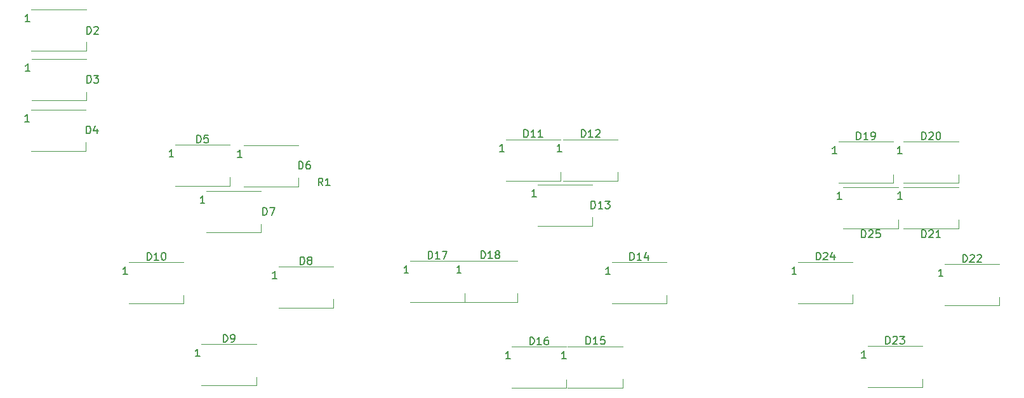
<source format=gbr>
%TF.GenerationSoftware,KiCad,Pcbnew,(5.1.6)-1*%
%TF.CreationDate,2020-11-25T09:57:01+11:00*%
%TF.ProjectId,ELEC Panel Panel PCB V1,454c4543-2050-4616-9e65-6c2050616e65,rev?*%
%TF.SameCoordinates,Original*%
%TF.FileFunction,Legend,Top*%
%TF.FilePolarity,Positive*%
%FSLAX46Y46*%
G04 Gerber Fmt 4.6, Leading zero omitted, Abs format (unit mm)*
G04 Created by KiCad (PCBNEW (5.1.6)-1) date 2020-11-25 09:57:01*
%MOMM*%
%LPD*%
G01*
G04 APERTURE LIST*
%ADD10C,0.120000*%
%ADD11C,0.150000*%
G04 APERTURE END LIST*
D10*
%TO.C,D25*%
X139467000Y-122015000D02*
X146767000Y-122015000D01*
X139467000Y-127515000D02*
X146767000Y-127515000D01*
X146767000Y-127515000D02*
X146767000Y-126365000D01*
%TO.C,D24*%
X133422000Y-131997000D02*
X140722000Y-131997000D01*
X133422000Y-137497000D02*
X140722000Y-137497000D01*
X140722000Y-137497000D02*
X140722000Y-136347000D01*
%TO.C,D23*%
X142705000Y-143198000D02*
X150005000Y-143198000D01*
X142705000Y-148698000D02*
X150005000Y-148698000D01*
X150005000Y-148698000D02*
X150005000Y-147548000D01*
%TO.C,D22*%
X152980000Y-132302000D02*
X160280000Y-132302000D01*
X152980000Y-137802000D02*
X160280000Y-137802000D01*
X160280000Y-137802000D02*
X160280000Y-136652000D01*
%TO.C,D21*%
X147517000Y-121989000D02*
X154817000Y-121989000D01*
X147517000Y-127489000D02*
X154817000Y-127489000D01*
X154817000Y-127489000D02*
X154817000Y-126339000D01*
%TO.C,D20*%
X147505000Y-115944000D02*
X154805000Y-115944000D01*
X147505000Y-121444000D02*
X154805000Y-121444000D01*
X154805000Y-121444000D02*
X154805000Y-120294000D01*
%TO.C,D19*%
X138805000Y-115944000D02*
X146105000Y-115944000D01*
X138805000Y-121444000D02*
X146105000Y-121444000D01*
X146105000Y-121444000D02*
X146105000Y-120294000D01*
%TO.C,D18*%
X88718200Y-131819000D02*
X96018200Y-131819000D01*
X88718200Y-137319000D02*
X96018200Y-137319000D01*
X96018200Y-137319000D02*
X96018200Y-136169000D01*
%TO.C,D17*%
X81680200Y-131844000D02*
X88980200Y-131844000D01*
X81680200Y-137344000D02*
X88980200Y-137344000D01*
X88980200Y-137344000D02*
X88980200Y-136194000D01*
%TO.C,D16*%
X95243800Y-143300000D02*
X102543800Y-143300000D01*
X95243800Y-148800000D02*
X102543800Y-148800000D01*
X102543800Y-148800000D02*
X102543800Y-147650000D01*
%TO.C,D15*%
X102714000Y-143274000D02*
X110014000Y-143274000D01*
X102714000Y-148774000D02*
X110014000Y-148774000D01*
X110014000Y-148774000D02*
X110014000Y-147624000D01*
%TO.C,D14*%
X108593000Y-132022000D02*
X115893000Y-132022000D01*
X108593000Y-137522000D02*
X115893000Y-137522000D01*
X115893000Y-137522000D02*
X115893000Y-136372000D01*
%TO.C,D13*%
X98726000Y-121659000D02*
X106026000Y-121659000D01*
X98726000Y-127159000D02*
X106026000Y-127159000D01*
X106026000Y-127159000D02*
X106026000Y-126009000D01*
%TO.C,D12*%
X102104000Y-115639000D02*
X109404000Y-115639000D01*
X102104000Y-121139000D02*
X109404000Y-121139000D01*
X109404000Y-121139000D02*
X109404000Y-119989000D01*
%TO.C,D11*%
X94444800Y-115639000D02*
X101744800Y-115639000D01*
X94444800Y-121139000D02*
X101744800Y-121139000D01*
X101744800Y-121139000D02*
X101744800Y-119989000D01*
%TO.C,D10*%
X44192000Y-132022000D02*
X51492000Y-132022000D01*
X44192000Y-137522000D02*
X51492000Y-137522000D01*
X51492000Y-137522000D02*
X51492000Y-136372000D01*
%TO.C,D9*%
X53869400Y-142970000D02*
X61169400Y-142970000D01*
X53869400Y-148470000D02*
X61169400Y-148470000D01*
X61169400Y-148470000D02*
X61169400Y-147320000D01*
%TO.C,D8*%
X64131000Y-132581000D02*
X71431000Y-132581000D01*
X64131000Y-138081000D02*
X71431000Y-138081000D01*
X71431000Y-138081000D02*
X71431000Y-136931000D01*
%TO.C,D7*%
X54516000Y-122548000D02*
X61816000Y-122548000D01*
X54516000Y-128048000D02*
X61816000Y-128048000D01*
X61816000Y-128048000D02*
X61816000Y-126898000D01*
%TO.C,D6*%
X59480600Y-116401000D02*
X66780600Y-116401000D01*
X59480600Y-121901000D02*
X66780600Y-121901000D01*
X66780600Y-121901000D02*
X66780600Y-120751000D01*
%TO.C,D5*%
X50350400Y-116351000D02*
X57650400Y-116351000D01*
X50350400Y-121851000D02*
X57650400Y-121851000D01*
X57650400Y-121851000D02*
X57650400Y-120701000D01*
%TO.C,D4*%
X31111000Y-111652000D02*
X38411000Y-111652000D01*
X31111000Y-117152000D02*
X38411000Y-117152000D01*
X38411000Y-117152000D02*
X38411000Y-116002000D01*
%TO.C,D3*%
X31198800Y-104946000D02*
X38498800Y-104946000D01*
X31198800Y-110446000D02*
X38498800Y-110446000D01*
X38498800Y-110446000D02*
X38498800Y-109296000D01*
%TO.C,D2*%
X31173400Y-98317000D02*
X38473400Y-98317000D01*
X31173400Y-103817000D02*
X38473400Y-103817000D01*
X38473400Y-103817000D02*
X38473400Y-102667000D01*
%TO.C,R1*%
D11*
X70049133Y-121796380D02*
X69715800Y-121320190D01*
X69477704Y-121796380D02*
X69477704Y-120796380D01*
X69858657Y-120796380D01*
X69953895Y-120844000D01*
X70001514Y-120891619D01*
X70049133Y-120986857D01*
X70049133Y-121129714D01*
X70001514Y-121224952D01*
X69953895Y-121272571D01*
X69858657Y-121320190D01*
X69477704Y-121320190D01*
X71001514Y-121796380D02*
X70430085Y-121796380D01*
X70715800Y-121796380D02*
X70715800Y-120796380D01*
X70620561Y-120939238D01*
X70525323Y-121034476D01*
X70430085Y-121082095D01*
%TO.C,D25*%
X141914314Y-128722780D02*
X141914314Y-127722780D01*
X142152409Y-127722780D01*
X142295266Y-127770400D01*
X142390504Y-127865638D01*
X142438123Y-127960876D01*
X142485742Y-128151352D01*
X142485742Y-128294209D01*
X142438123Y-128484685D01*
X142390504Y-128579923D01*
X142295266Y-128675161D01*
X142152409Y-128722780D01*
X141914314Y-128722780D01*
X142866695Y-127818019D02*
X142914314Y-127770400D01*
X143009552Y-127722780D01*
X143247647Y-127722780D01*
X143342885Y-127770400D01*
X143390504Y-127818019D01*
X143438123Y-127913257D01*
X143438123Y-128008495D01*
X143390504Y-128151352D01*
X142819076Y-128722780D01*
X143438123Y-128722780D01*
X144342885Y-127722780D02*
X143866695Y-127722780D01*
X143819076Y-128198971D01*
X143866695Y-128151352D01*
X143961933Y-128103733D01*
X144200028Y-128103733D01*
X144295266Y-128151352D01*
X144342885Y-128198971D01*
X144390504Y-128294209D01*
X144390504Y-128532304D01*
X144342885Y-128627542D01*
X144295266Y-128675161D01*
X144200028Y-128722780D01*
X143961933Y-128722780D01*
X143866695Y-128675161D01*
X143819076Y-128627542D01*
X139252714Y-123617380D02*
X138681285Y-123617380D01*
X138967000Y-123617380D02*
X138967000Y-122617380D01*
X138871761Y-122760238D01*
X138776523Y-122855476D01*
X138681285Y-122903095D01*
%TO.C,D24*%
X135857714Y-131699380D02*
X135857714Y-130699380D01*
X136095809Y-130699380D01*
X136238666Y-130747000D01*
X136333904Y-130842238D01*
X136381523Y-130937476D01*
X136429142Y-131127952D01*
X136429142Y-131270809D01*
X136381523Y-131461285D01*
X136333904Y-131556523D01*
X136238666Y-131651761D01*
X136095809Y-131699380D01*
X135857714Y-131699380D01*
X136810095Y-130794619D02*
X136857714Y-130747000D01*
X136952952Y-130699380D01*
X137191047Y-130699380D01*
X137286285Y-130747000D01*
X137333904Y-130794619D01*
X137381523Y-130889857D01*
X137381523Y-130985095D01*
X137333904Y-131127952D01*
X136762476Y-131699380D01*
X137381523Y-131699380D01*
X138238666Y-131032714D02*
X138238666Y-131699380D01*
X138000571Y-130651761D02*
X137762476Y-131366047D01*
X138381523Y-131366047D01*
X133207714Y-133599380D02*
X132636285Y-133599380D01*
X132922000Y-133599380D02*
X132922000Y-132599380D01*
X132826761Y-132742238D01*
X132731523Y-132837476D01*
X132636285Y-132885095D01*
%TO.C,D23*%
X145140714Y-142900380D02*
X145140714Y-141900380D01*
X145378809Y-141900380D01*
X145521666Y-141948000D01*
X145616904Y-142043238D01*
X145664523Y-142138476D01*
X145712142Y-142328952D01*
X145712142Y-142471809D01*
X145664523Y-142662285D01*
X145616904Y-142757523D01*
X145521666Y-142852761D01*
X145378809Y-142900380D01*
X145140714Y-142900380D01*
X146093095Y-141995619D02*
X146140714Y-141948000D01*
X146235952Y-141900380D01*
X146474047Y-141900380D01*
X146569285Y-141948000D01*
X146616904Y-141995619D01*
X146664523Y-142090857D01*
X146664523Y-142186095D01*
X146616904Y-142328952D01*
X146045476Y-142900380D01*
X146664523Y-142900380D01*
X146997857Y-141900380D02*
X147616904Y-141900380D01*
X147283571Y-142281333D01*
X147426428Y-142281333D01*
X147521666Y-142328952D01*
X147569285Y-142376571D01*
X147616904Y-142471809D01*
X147616904Y-142709904D01*
X147569285Y-142805142D01*
X147521666Y-142852761D01*
X147426428Y-142900380D01*
X147140714Y-142900380D01*
X147045476Y-142852761D01*
X146997857Y-142805142D01*
X142490714Y-144800380D02*
X141919285Y-144800380D01*
X142205000Y-144800380D02*
X142205000Y-143800380D01*
X142109761Y-143943238D01*
X142014523Y-144038476D01*
X141919285Y-144086095D01*
%TO.C,D22*%
X155415714Y-132004380D02*
X155415714Y-131004380D01*
X155653809Y-131004380D01*
X155796666Y-131052000D01*
X155891904Y-131147238D01*
X155939523Y-131242476D01*
X155987142Y-131432952D01*
X155987142Y-131575809D01*
X155939523Y-131766285D01*
X155891904Y-131861523D01*
X155796666Y-131956761D01*
X155653809Y-132004380D01*
X155415714Y-132004380D01*
X156368095Y-131099619D02*
X156415714Y-131052000D01*
X156510952Y-131004380D01*
X156749047Y-131004380D01*
X156844285Y-131052000D01*
X156891904Y-131099619D01*
X156939523Y-131194857D01*
X156939523Y-131290095D01*
X156891904Y-131432952D01*
X156320476Y-132004380D01*
X156939523Y-132004380D01*
X157320476Y-131099619D02*
X157368095Y-131052000D01*
X157463333Y-131004380D01*
X157701428Y-131004380D01*
X157796666Y-131052000D01*
X157844285Y-131099619D01*
X157891904Y-131194857D01*
X157891904Y-131290095D01*
X157844285Y-131432952D01*
X157272857Y-132004380D01*
X157891904Y-132004380D01*
X152765714Y-133904380D02*
X152194285Y-133904380D01*
X152480000Y-133904380D02*
X152480000Y-132904380D01*
X152384761Y-133047238D01*
X152289523Y-133142476D01*
X152194285Y-133190095D01*
%TO.C,D21*%
X149941114Y-128722180D02*
X149941114Y-127722180D01*
X150179209Y-127722180D01*
X150322066Y-127769800D01*
X150417304Y-127865038D01*
X150464923Y-127960276D01*
X150512542Y-128150752D01*
X150512542Y-128293609D01*
X150464923Y-128484085D01*
X150417304Y-128579323D01*
X150322066Y-128674561D01*
X150179209Y-128722180D01*
X149941114Y-128722180D01*
X150893495Y-127817419D02*
X150941114Y-127769800D01*
X151036352Y-127722180D01*
X151274447Y-127722180D01*
X151369685Y-127769800D01*
X151417304Y-127817419D01*
X151464923Y-127912657D01*
X151464923Y-128007895D01*
X151417304Y-128150752D01*
X150845876Y-128722180D01*
X151464923Y-128722180D01*
X152417304Y-128722180D02*
X151845876Y-128722180D01*
X152131590Y-128722180D02*
X152131590Y-127722180D01*
X152036352Y-127865038D01*
X151941114Y-127960276D01*
X151845876Y-128007895D01*
X147302714Y-123591380D02*
X146731285Y-123591380D01*
X147017000Y-123591380D02*
X147017000Y-122591380D01*
X146921761Y-122734238D01*
X146826523Y-122829476D01*
X146731285Y-122877095D01*
%TO.C,D20*%
X149940714Y-115646380D02*
X149940714Y-114646380D01*
X150178809Y-114646380D01*
X150321666Y-114694000D01*
X150416904Y-114789238D01*
X150464523Y-114884476D01*
X150512142Y-115074952D01*
X150512142Y-115217809D01*
X150464523Y-115408285D01*
X150416904Y-115503523D01*
X150321666Y-115598761D01*
X150178809Y-115646380D01*
X149940714Y-115646380D01*
X150893095Y-114741619D02*
X150940714Y-114694000D01*
X151035952Y-114646380D01*
X151274047Y-114646380D01*
X151369285Y-114694000D01*
X151416904Y-114741619D01*
X151464523Y-114836857D01*
X151464523Y-114932095D01*
X151416904Y-115074952D01*
X150845476Y-115646380D01*
X151464523Y-115646380D01*
X152083571Y-114646380D02*
X152178809Y-114646380D01*
X152274047Y-114694000D01*
X152321666Y-114741619D01*
X152369285Y-114836857D01*
X152416904Y-115027333D01*
X152416904Y-115265428D01*
X152369285Y-115455904D01*
X152321666Y-115551142D01*
X152274047Y-115598761D01*
X152178809Y-115646380D01*
X152083571Y-115646380D01*
X151988333Y-115598761D01*
X151940714Y-115551142D01*
X151893095Y-115455904D01*
X151845476Y-115265428D01*
X151845476Y-115027333D01*
X151893095Y-114836857D01*
X151940714Y-114741619D01*
X151988333Y-114694000D01*
X152083571Y-114646380D01*
X147290714Y-117546380D02*
X146719285Y-117546380D01*
X147005000Y-117546380D02*
X147005000Y-116546380D01*
X146909761Y-116689238D01*
X146814523Y-116784476D01*
X146719285Y-116832095D01*
%TO.C,D19*%
X141240714Y-115646380D02*
X141240714Y-114646380D01*
X141478809Y-114646380D01*
X141621666Y-114694000D01*
X141716904Y-114789238D01*
X141764523Y-114884476D01*
X141812142Y-115074952D01*
X141812142Y-115217809D01*
X141764523Y-115408285D01*
X141716904Y-115503523D01*
X141621666Y-115598761D01*
X141478809Y-115646380D01*
X141240714Y-115646380D01*
X142764523Y-115646380D02*
X142193095Y-115646380D01*
X142478809Y-115646380D02*
X142478809Y-114646380D01*
X142383571Y-114789238D01*
X142288333Y-114884476D01*
X142193095Y-114932095D01*
X143240714Y-115646380D02*
X143431190Y-115646380D01*
X143526428Y-115598761D01*
X143574047Y-115551142D01*
X143669285Y-115408285D01*
X143716904Y-115217809D01*
X143716904Y-114836857D01*
X143669285Y-114741619D01*
X143621666Y-114694000D01*
X143526428Y-114646380D01*
X143335952Y-114646380D01*
X143240714Y-114694000D01*
X143193095Y-114741619D01*
X143145476Y-114836857D01*
X143145476Y-115074952D01*
X143193095Y-115170190D01*
X143240714Y-115217809D01*
X143335952Y-115265428D01*
X143526428Y-115265428D01*
X143621666Y-115217809D01*
X143669285Y-115170190D01*
X143716904Y-115074952D01*
X138590714Y-117546380D02*
X138019285Y-117546380D01*
X138305000Y-117546380D02*
X138305000Y-116546380D01*
X138209761Y-116689238D01*
X138114523Y-116784476D01*
X138019285Y-116832095D01*
%TO.C,D18*%
X91153914Y-131521380D02*
X91153914Y-130521380D01*
X91392009Y-130521380D01*
X91534866Y-130569000D01*
X91630104Y-130664238D01*
X91677723Y-130759476D01*
X91725342Y-130949952D01*
X91725342Y-131092809D01*
X91677723Y-131283285D01*
X91630104Y-131378523D01*
X91534866Y-131473761D01*
X91392009Y-131521380D01*
X91153914Y-131521380D01*
X92677723Y-131521380D02*
X92106295Y-131521380D01*
X92392009Y-131521380D02*
X92392009Y-130521380D01*
X92296771Y-130664238D01*
X92201533Y-130759476D01*
X92106295Y-130807095D01*
X93249152Y-130949952D02*
X93153914Y-130902333D01*
X93106295Y-130854714D01*
X93058676Y-130759476D01*
X93058676Y-130711857D01*
X93106295Y-130616619D01*
X93153914Y-130569000D01*
X93249152Y-130521380D01*
X93439628Y-130521380D01*
X93534866Y-130569000D01*
X93582485Y-130616619D01*
X93630104Y-130711857D01*
X93630104Y-130759476D01*
X93582485Y-130854714D01*
X93534866Y-130902333D01*
X93439628Y-130949952D01*
X93249152Y-130949952D01*
X93153914Y-130997571D01*
X93106295Y-131045190D01*
X93058676Y-131140428D01*
X93058676Y-131330904D01*
X93106295Y-131426142D01*
X93153914Y-131473761D01*
X93249152Y-131521380D01*
X93439628Y-131521380D01*
X93534866Y-131473761D01*
X93582485Y-131426142D01*
X93630104Y-131330904D01*
X93630104Y-131140428D01*
X93582485Y-131045190D01*
X93534866Y-130997571D01*
X93439628Y-130949952D01*
X88503914Y-133421380D02*
X87932485Y-133421380D01*
X88218200Y-133421380D02*
X88218200Y-132421380D01*
X88122961Y-132564238D01*
X88027723Y-132659476D01*
X87932485Y-132707095D01*
%TO.C,D17*%
X84115914Y-131546380D02*
X84115914Y-130546380D01*
X84354009Y-130546380D01*
X84496866Y-130594000D01*
X84592104Y-130689238D01*
X84639723Y-130784476D01*
X84687342Y-130974952D01*
X84687342Y-131117809D01*
X84639723Y-131308285D01*
X84592104Y-131403523D01*
X84496866Y-131498761D01*
X84354009Y-131546380D01*
X84115914Y-131546380D01*
X85639723Y-131546380D02*
X85068295Y-131546380D01*
X85354009Y-131546380D02*
X85354009Y-130546380D01*
X85258771Y-130689238D01*
X85163533Y-130784476D01*
X85068295Y-130832095D01*
X85973057Y-130546380D02*
X86639723Y-130546380D01*
X86211152Y-131546380D01*
X81465914Y-133446380D02*
X80894485Y-133446380D01*
X81180200Y-133446380D02*
X81180200Y-132446380D01*
X81084961Y-132589238D01*
X80989723Y-132684476D01*
X80894485Y-132732095D01*
%TO.C,D16*%
X97679514Y-143002380D02*
X97679514Y-142002380D01*
X97917609Y-142002380D01*
X98060466Y-142050000D01*
X98155704Y-142145238D01*
X98203323Y-142240476D01*
X98250942Y-142430952D01*
X98250942Y-142573809D01*
X98203323Y-142764285D01*
X98155704Y-142859523D01*
X98060466Y-142954761D01*
X97917609Y-143002380D01*
X97679514Y-143002380D01*
X99203323Y-143002380D02*
X98631895Y-143002380D01*
X98917609Y-143002380D02*
X98917609Y-142002380D01*
X98822371Y-142145238D01*
X98727133Y-142240476D01*
X98631895Y-142288095D01*
X100060466Y-142002380D02*
X99869990Y-142002380D01*
X99774752Y-142050000D01*
X99727133Y-142097619D01*
X99631895Y-142240476D01*
X99584276Y-142430952D01*
X99584276Y-142811904D01*
X99631895Y-142907142D01*
X99679514Y-142954761D01*
X99774752Y-143002380D01*
X99965228Y-143002380D01*
X100060466Y-142954761D01*
X100108085Y-142907142D01*
X100155704Y-142811904D01*
X100155704Y-142573809D01*
X100108085Y-142478571D01*
X100060466Y-142430952D01*
X99965228Y-142383333D01*
X99774752Y-142383333D01*
X99679514Y-142430952D01*
X99631895Y-142478571D01*
X99584276Y-142573809D01*
X95029514Y-144902380D02*
X94458085Y-144902380D01*
X94743800Y-144902380D02*
X94743800Y-143902380D01*
X94648561Y-144045238D01*
X94553323Y-144140476D01*
X94458085Y-144188095D01*
%TO.C,D15*%
X105186714Y-142945980D02*
X105186714Y-141945980D01*
X105424809Y-141945980D01*
X105567666Y-141993600D01*
X105662904Y-142088838D01*
X105710523Y-142184076D01*
X105758142Y-142374552D01*
X105758142Y-142517409D01*
X105710523Y-142707885D01*
X105662904Y-142803123D01*
X105567666Y-142898361D01*
X105424809Y-142945980D01*
X105186714Y-142945980D01*
X106710523Y-142945980D02*
X106139095Y-142945980D01*
X106424809Y-142945980D02*
X106424809Y-141945980D01*
X106329571Y-142088838D01*
X106234333Y-142184076D01*
X106139095Y-142231695D01*
X107615285Y-141945980D02*
X107139095Y-141945980D01*
X107091476Y-142422171D01*
X107139095Y-142374552D01*
X107234333Y-142326933D01*
X107472428Y-142326933D01*
X107567666Y-142374552D01*
X107615285Y-142422171D01*
X107662904Y-142517409D01*
X107662904Y-142755504D01*
X107615285Y-142850742D01*
X107567666Y-142898361D01*
X107472428Y-142945980D01*
X107234333Y-142945980D01*
X107139095Y-142898361D01*
X107091476Y-142850742D01*
X102499714Y-144876380D02*
X101928285Y-144876380D01*
X102214000Y-144876380D02*
X102214000Y-143876380D01*
X102118761Y-144019238D01*
X102023523Y-144114476D01*
X101928285Y-144162095D01*
%TO.C,D14*%
X111028714Y-131724380D02*
X111028714Y-130724380D01*
X111266809Y-130724380D01*
X111409666Y-130772000D01*
X111504904Y-130867238D01*
X111552523Y-130962476D01*
X111600142Y-131152952D01*
X111600142Y-131295809D01*
X111552523Y-131486285D01*
X111504904Y-131581523D01*
X111409666Y-131676761D01*
X111266809Y-131724380D01*
X111028714Y-131724380D01*
X112552523Y-131724380D02*
X111981095Y-131724380D01*
X112266809Y-131724380D02*
X112266809Y-130724380D01*
X112171571Y-130867238D01*
X112076333Y-130962476D01*
X111981095Y-131010095D01*
X113409666Y-131057714D02*
X113409666Y-131724380D01*
X113171571Y-130676761D02*
X112933476Y-131391047D01*
X113552523Y-131391047D01*
X108378714Y-133624380D02*
X107807285Y-133624380D01*
X108093000Y-133624380D02*
X108093000Y-132624380D01*
X107997761Y-132767238D01*
X107902523Y-132862476D01*
X107807285Y-132910095D01*
%TO.C,D13*%
X105846914Y-124861580D02*
X105846914Y-123861580D01*
X106085009Y-123861580D01*
X106227866Y-123909200D01*
X106323104Y-124004438D01*
X106370723Y-124099676D01*
X106418342Y-124290152D01*
X106418342Y-124433009D01*
X106370723Y-124623485D01*
X106323104Y-124718723D01*
X106227866Y-124813961D01*
X106085009Y-124861580D01*
X105846914Y-124861580D01*
X107370723Y-124861580D02*
X106799295Y-124861580D01*
X107085009Y-124861580D02*
X107085009Y-123861580D01*
X106989771Y-124004438D01*
X106894533Y-124099676D01*
X106799295Y-124147295D01*
X107704057Y-123861580D02*
X108323104Y-123861580D01*
X107989771Y-124242533D01*
X108132628Y-124242533D01*
X108227866Y-124290152D01*
X108275485Y-124337771D01*
X108323104Y-124433009D01*
X108323104Y-124671104D01*
X108275485Y-124766342D01*
X108227866Y-124813961D01*
X108132628Y-124861580D01*
X107846914Y-124861580D01*
X107751676Y-124813961D01*
X107704057Y-124766342D01*
X98511714Y-123261380D02*
X97940285Y-123261380D01*
X98226000Y-123261380D02*
X98226000Y-122261380D01*
X98130761Y-122404238D01*
X98035523Y-122499476D01*
X97940285Y-122547095D01*
%TO.C,D12*%
X104539714Y-115341380D02*
X104539714Y-114341380D01*
X104777809Y-114341380D01*
X104920666Y-114389000D01*
X105015904Y-114484238D01*
X105063523Y-114579476D01*
X105111142Y-114769952D01*
X105111142Y-114912809D01*
X105063523Y-115103285D01*
X105015904Y-115198523D01*
X104920666Y-115293761D01*
X104777809Y-115341380D01*
X104539714Y-115341380D01*
X106063523Y-115341380D02*
X105492095Y-115341380D01*
X105777809Y-115341380D02*
X105777809Y-114341380D01*
X105682571Y-114484238D01*
X105587333Y-114579476D01*
X105492095Y-114627095D01*
X106444476Y-114436619D02*
X106492095Y-114389000D01*
X106587333Y-114341380D01*
X106825428Y-114341380D01*
X106920666Y-114389000D01*
X106968285Y-114436619D01*
X107015904Y-114531857D01*
X107015904Y-114627095D01*
X106968285Y-114769952D01*
X106396857Y-115341380D01*
X107015904Y-115341380D01*
X101889714Y-117241380D02*
X101318285Y-117241380D01*
X101604000Y-117241380D02*
X101604000Y-116241380D01*
X101508761Y-116384238D01*
X101413523Y-116479476D01*
X101318285Y-116527095D01*
%TO.C,D11*%
X96880514Y-115341380D02*
X96880514Y-114341380D01*
X97118609Y-114341380D01*
X97261466Y-114389000D01*
X97356704Y-114484238D01*
X97404323Y-114579476D01*
X97451942Y-114769952D01*
X97451942Y-114912809D01*
X97404323Y-115103285D01*
X97356704Y-115198523D01*
X97261466Y-115293761D01*
X97118609Y-115341380D01*
X96880514Y-115341380D01*
X98404323Y-115341380D02*
X97832895Y-115341380D01*
X98118609Y-115341380D02*
X98118609Y-114341380D01*
X98023371Y-114484238D01*
X97928133Y-114579476D01*
X97832895Y-114627095D01*
X99356704Y-115341380D02*
X98785276Y-115341380D01*
X99070990Y-115341380D02*
X99070990Y-114341380D01*
X98975752Y-114484238D01*
X98880514Y-114579476D01*
X98785276Y-114627095D01*
X94230514Y-117241380D02*
X93659085Y-117241380D01*
X93944800Y-117241380D02*
X93944800Y-116241380D01*
X93849561Y-116384238D01*
X93754323Y-116479476D01*
X93659085Y-116527095D01*
%TO.C,D10*%
X46627714Y-131724380D02*
X46627714Y-130724380D01*
X46865809Y-130724380D01*
X47008666Y-130772000D01*
X47103904Y-130867238D01*
X47151523Y-130962476D01*
X47199142Y-131152952D01*
X47199142Y-131295809D01*
X47151523Y-131486285D01*
X47103904Y-131581523D01*
X47008666Y-131676761D01*
X46865809Y-131724380D01*
X46627714Y-131724380D01*
X48151523Y-131724380D02*
X47580095Y-131724380D01*
X47865809Y-131724380D02*
X47865809Y-130724380D01*
X47770571Y-130867238D01*
X47675333Y-130962476D01*
X47580095Y-131010095D01*
X48770571Y-130724380D02*
X48865809Y-130724380D01*
X48961047Y-130772000D01*
X49008666Y-130819619D01*
X49056285Y-130914857D01*
X49103904Y-131105333D01*
X49103904Y-131343428D01*
X49056285Y-131533904D01*
X49008666Y-131629142D01*
X48961047Y-131676761D01*
X48865809Y-131724380D01*
X48770571Y-131724380D01*
X48675333Y-131676761D01*
X48627714Y-131629142D01*
X48580095Y-131533904D01*
X48532476Y-131343428D01*
X48532476Y-131105333D01*
X48580095Y-130914857D01*
X48627714Y-130819619D01*
X48675333Y-130772000D01*
X48770571Y-130724380D01*
X43977714Y-133624380D02*
X43406285Y-133624380D01*
X43692000Y-133624380D02*
X43692000Y-132624380D01*
X43596761Y-132767238D01*
X43501523Y-132862476D01*
X43406285Y-132910095D01*
%TO.C,D9*%
X56781304Y-142672380D02*
X56781304Y-141672380D01*
X57019400Y-141672380D01*
X57162257Y-141720000D01*
X57257495Y-141815238D01*
X57305114Y-141910476D01*
X57352733Y-142100952D01*
X57352733Y-142243809D01*
X57305114Y-142434285D01*
X57257495Y-142529523D01*
X57162257Y-142624761D01*
X57019400Y-142672380D01*
X56781304Y-142672380D01*
X57828923Y-142672380D02*
X58019400Y-142672380D01*
X58114638Y-142624761D01*
X58162257Y-142577142D01*
X58257495Y-142434285D01*
X58305114Y-142243809D01*
X58305114Y-141862857D01*
X58257495Y-141767619D01*
X58209876Y-141720000D01*
X58114638Y-141672380D01*
X57924161Y-141672380D01*
X57828923Y-141720000D01*
X57781304Y-141767619D01*
X57733685Y-141862857D01*
X57733685Y-142100952D01*
X57781304Y-142196190D01*
X57828923Y-142243809D01*
X57924161Y-142291428D01*
X58114638Y-142291428D01*
X58209876Y-142243809D01*
X58257495Y-142196190D01*
X58305114Y-142100952D01*
X53655114Y-144572380D02*
X53083685Y-144572380D01*
X53369400Y-144572380D02*
X53369400Y-143572380D01*
X53274161Y-143715238D01*
X53178923Y-143810476D01*
X53083685Y-143858095D01*
%TO.C,D8*%
X67054504Y-132303380D02*
X67054504Y-131303380D01*
X67292600Y-131303380D01*
X67435457Y-131351000D01*
X67530695Y-131446238D01*
X67578314Y-131541476D01*
X67625933Y-131731952D01*
X67625933Y-131874809D01*
X67578314Y-132065285D01*
X67530695Y-132160523D01*
X67435457Y-132255761D01*
X67292600Y-132303380D01*
X67054504Y-132303380D01*
X68197361Y-131731952D02*
X68102123Y-131684333D01*
X68054504Y-131636714D01*
X68006885Y-131541476D01*
X68006885Y-131493857D01*
X68054504Y-131398619D01*
X68102123Y-131351000D01*
X68197361Y-131303380D01*
X68387838Y-131303380D01*
X68483076Y-131351000D01*
X68530695Y-131398619D01*
X68578314Y-131493857D01*
X68578314Y-131541476D01*
X68530695Y-131636714D01*
X68483076Y-131684333D01*
X68387838Y-131731952D01*
X68197361Y-131731952D01*
X68102123Y-131779571D01*
X68054504Y-131827190D01*
X68006885Y-131922428D01*
X68006885Y-132112904D01*
X68054504Y-132208142D01*
X68102123Y-132255761D01*
X68197361Y-132303380D01*
X68387838Y-132303380D01*
X68483076Y-132255761D01*
X68530695Y-132208142D01*
X68578314Y-132112904D01*
X68578314Y-131922428D01*
X68530695Y-131827190D01*
X68483076Y-131779571D01*
X68387838Y-131731952D01*
X63916714Y-134183380D02*
X63345285Y-134183380D01*
X63631000Y-134183380D02*
X63631000Y-133183380D01*
X63535761Y-133326238D01*
X63440523Y-133421476D01*
X63345285Y-133469095D01*
%TO.C,D7*%
X62050704Y-125724980D02*
X62050704Y-124724980D01*
X62288800Y-124724980D01*
X62431657Y-124772600D01*
X62526895Y-124867838D01*
X62574514Y-124963076D01*
X62622133Y-125153552D01*
X62622133Y-125296409D01*
X62574514Y-125486885D01*
X62526895Y-125582123D01*
X62431657Y-125677361D01*
X62288800Y-125724980D01*
X62050704Y-125724980D01*
X62955466Y-124724980D02*
X63622133Y-124724980D01*
X63193561Y-125724980D01*
X54301714Y-124150380D02*
X53730285Y-124150380D01*
X54016000Y-124150380D02*
X54016000Y-123150380D01*
X53920761Y-123293238D01*
X53825523Y-123388476D01*
X53730285Y-123436095D01*
%TO.C,D6*%
X66851304Y-119578180D02*
X66851304Y-118578180D01*
X67089400Y-118578180D01*
X67232257Y-118625800D01*
X67327495Y-118721038D01*
X67375114Y-118816276D01*
X67422733Y-119006752D01*
X67422733Y-119149609D01*
X67375114Y-119340085D01*
X67327495Y-119435323D01*
X67232257Y-119530561D01*
X67089400Y-119578180D01*
X66851304Y-119578180D01*
X68279876Y-118578180D02*
X68089400Y-118578180D01*
X67994161Y-118625800D01*
X67946542Y-118673419D01*
X67851304Y-118816276D01*
X67803685Y-119006752D01*
X67803685Y-119387704D01*
X67851304Y-119482942D01*
X67898923Y-119530561D01*
X67994161Y-119578180D01*
X68184638Y-119578180D01*
X68279876Y-119530561D01*
X68327495Y-119482942D01*
X68375114Y-119387704D01*
X68375114Y-119149609D01*
X68327495Y-119054371D01*
X68279876Y-119006752D01*
X68184638Y-118959133D01*
X67994161Y-118959133D01*
X67898923Y-119006752D01*
X67851304Y-119054371D01*
X67803685Y-119149609D01*
X59266314Y-118003380D02*
X58694885Y-118003380D01*
X58980600Y-118003380D02*
X58980600Y-117003380D01*
X58885361Y-117146238D01*
X58790123Y-117241476D01*
X58694885Y-117289095D01*
%TO.C,D5*%
X53262304Y-116073580D02*
X53262304Y-115073580D01*
X53500400Y-115073580D01*
X53643257Y-115121200D01*
X53738495Y-115216438D01*
X53786114Y-115311676D01*
X53833733Y-115502152D01*
X53833733Y-115645009D01*
X53786114Y-115835485D01*
X53738495Y-115930723D01*
X53643257Y-116025961D01*
X53500400Y-116073580D01*
X53262304Y-116073580D01*
X54738495Y-115073580D02*
X54262304Y-115073580D01*
X54214685Y-115549771D01*
X54262304Y-115502152D01*
X54357542Y-115454533D01*
X54595638Y-115454533D01*
X54690876Y-115502152D01*
X54738495Y-115549771D01*
X54786114Y-115645009D01*
X54786114Y-115883104D01*
X54738495Y-115978342D01*
X54690876Y-116025961D01*
X54595638Y-116073580D01*
X54357542Y-116073580D01*
X54262304Y-116025961D01*
X54214685Y-115978342D01*
X50136114Y-117953380D02*
X49564685Y-117953380D01*
X49850400Y-117953380D02*
X49850400Y-116953380D01*
X49755161Y-117096238D01*
X49659923Y-117191476D01*
X49564685Y-117239095D01*
%TO.C,D4*%
X38530304Y-114854180D02*
X38530304Y-113854180D01*
X38768400Y-113854180D01*
X38911257Y-113901800D01*
X39006495Y-113997038D01*
X39054114Y-114092276D01*
X39101733Y-114282752D01*
X39101733Y-114425609D01*
X39054114Y-114616085D01*
X39006495Y-114711323D01*
X38911257Y-114806561D01*
X38768400Y-114854180D01*
X38530304Y-114854180D01*
X39958876Y-114187514D02*
X39958876Y-114854180D01*
X39720780Y-113806561D02*
X39482685Y-114520847D01*
X40101733Y-114520847D01*
X30896714Y-113254380D02*
X30325285Y-113254380D01*
X30611000Y-113254380D02*
X30611000Y-112254380D01*
X30515761Y-112397238D01*
X30420523Y-112492476D01*
X30325285Y-112540095D01*
%TO.C,D3*%
X38606504Y-108097580D02*
X38606504Y-107097580D01*
X38844600Y-107097580D01*
X38987457Y-107145200D01*
X39082695Y-107240438D01*
X39130314Y-107335676D01*
X39177933Y-107526152D01*
X39177933Y-107669009D01*
X39130314Y-107859485D01*
X39082695Y-107954723D01*
X38987457Y-108049961D01*
X38844600Y-108097580D01*
X38606504Y-108097580D01*
X39511266Y-107097580D02*
X40130314Y-107097580D01*
X39796980Y-107478533D01*
X39939838Y-107478533D01*
X40035076Y-107526152D01*
X40082695Y-107573771D01*
X40130314Y-107669009D01*
X40130314Y-107907104D01*
X40082695Y-108002342D01*
X40035076Y-108049961D01*
X39939838Y-108097580D01*
X39654123Y-108097580D01*
X39558885Y-108049961D01*
X39511266Y-108002342D01*
X30984514Y-106548380D02*
X30413085Y-106548380D01*
X30698800Y-106548380D02*
X30698800Y-105548380D01*
X30603561Y-105691238D01*
X30508323Y-105786476D01*
X30413085Y-105834095D01*
%TO.C,D2*%
X38581104Y-101570180D02*
X38581104Y-100570180D01*
X38819200Y-100570180D01*
X38962057Y-100617800D01*
X39057295Y-100713038D01*
X39104914Y-100808276D01*
X39152533Y-100998752D01*
X39152533Y-101141609D01*
X39104914Y-101332085D01*
X39057295Y-101427323D01*
X38962057Y-101522561D01*
X38819200Y-101570180D01*
X38581104Y-101570180D01*
X39533485Y-100665419D02*
X39581104Y-100617800D01*
X39676342Y-100570180D01*
X39914438Y-100570180D01*
X40009676Y-100617800D01*
X40057295Y-100665419D01*
X40104914Y-100760657D01*
X40104914Y-100855895D01*
X40057295Y-100998752D01*
X39485866Y-101570180D01*
X40104914Y-101570180D01*
X30959114Y-99919380D02*
X30387685Y-99919380D01*
X30673400Y-99919380D02*
X30673400Y-98919380D01*
X30578161Y-99062238D01*
X30482923Y-99157476D01*
X30387685Y-99205095D01*
%TD*%
M02*

</source>
